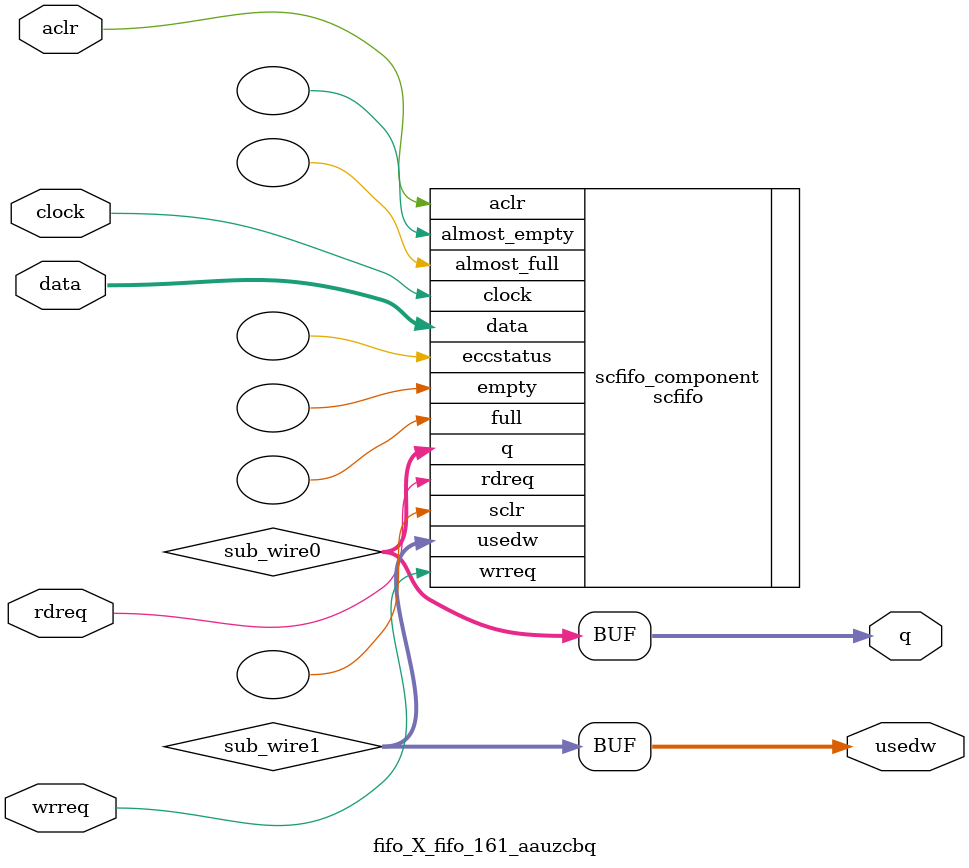
<source format=v>



`timescale 1 ps / 1 ps
// synopsys translate_on
module  fifo_X_fifo_161_aauzcbq  (
    aclr,
    clock,
    data,
    rdreq,
    wrreq,
    q,
    usedw);

    input    aclr;
    input    clock;
    input  [31:0]  data;
    input    rdreq;
    input    wrreq;
    output [31:0]  q;
    output [11:0]  usedw;

    wire [31:0] sub_wire0;
    wire [11:0] sub_wire1;
    wire [31:0] q = sub_wire0[31:0];
    wire [11:0] usedw = sub_wire1[11:0];

    scfifo  scfifo_component (
                .aclr (aclr),
                .clock (clock),
                .data (data),
                .rdreq (rdreq),
                .wrreq (wrreq),
                .q (sub_wire0),
                .usedw (sub_wire1),
                .almost_empty (),
                .almost_full (),
                .eccstatus (),
                .empty (),
                .full (),
                .sclr ());
    defparam
        scfifo_component.add_ram_output_register  = "OFF",
        scfifo_component.enable_ecc  = "FALSE",
        scfifo_component.intended_device_family  = "Arria 10",
        scfifo_component.lpm_numwords  = 4096,
        scfifo_component.lpm_showahead  = "OFF",
        scfifo_component.lpm_type  = "scfifo",
        scfifo_component.lpm_width  = 32,
        scfifo_component.lpm_widthu  = 12,
        scfifo_component.overflow_checking  = "ON",
        scfifo_component.underflow_checking  = "ON",
        scfifo_component.use_eab  = "ON";


endmodule



</source>
